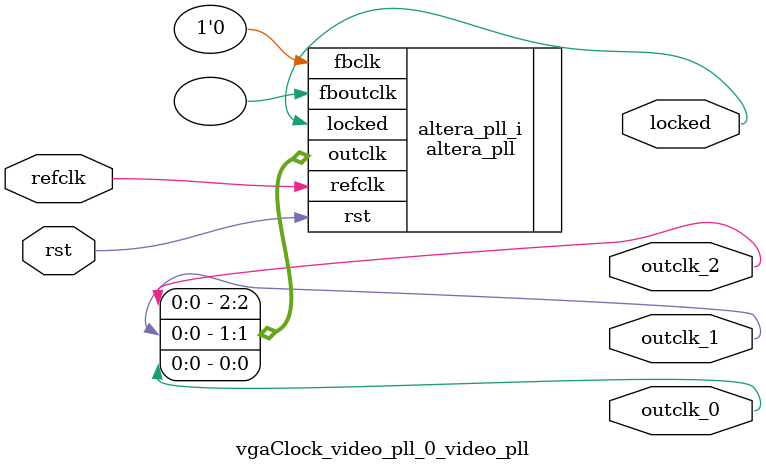
<source format=v>
`timescale 1ns/10ps
module  vgaClock_video_pll_0_video_pll(

	// interface 'refclk'
	input wire refclk,

	// interface 'reset'
	input wire rst,

	// interface 'outclk0'
	output wire outclk_0,

	// interface 'outclk1'
	output wire outclk_1,

	// interface 'outclk2'
	output wire outclk_2,

	// interface 'locked'
	output wire locked
);

	altera_pll #(
		.fractional_vco_multiplier("false"),
		.reference_clock_frequency("50.0 MHz"),
		.operation_mode("direct"),
		.number_of_clocks(3),
		.output_clock_frequency0("25.000000 MHz"),
		.phase_shift0("0 ps"),
		.duty_cycle0(50),
		.output_clock_frequency1("83.333333 MHz"),
		.phase_shift1("0 ps"),
		.duty_cycle1(50),
		.output_clock_frequency2("32.894736 MHz"),
		.phase_shift2("0 ps"),
		.duty_cycle2(50),
		.output_clock_frequency3("0 MHz"),
		.phase_shift3("0 ps"),
		.duty_cycle3(50),
		.output_clock_frequency4("0 MHz"),
		.phase_shift4("0 ps"),
		.duty_cycle4(50),
		.output_clock_frequency5("0 MHz"),
		.phase_shift5("0 ps"),
		.duty_cycle5(50),
		.output_clock_frequency6("0 MHz"),
		.phase_shift6("0 ps"),
		.duty_cycle6(50),
		.output_clock_frequency7("0 MHz"),
		.phase_shift7("0 ps"),
		.duty_cycle7(50),
		.output_clock_frequency8("0 MHz"),
		.phase_shift8("0 ps"),
		.duty_cycle8(50),
		.output_clock_frequency9("0 MHz"),
		.phase_shift9("0 ps"),
		.duty_cycle9(50),
		.output_clock_frequency10("0 MHz"),
		.phase_shift10("0 ps"),
		.duty_cycle10(50),
		.output_clock_frequency11("0 MHz"),
		.phase_shift11("0 ps"),
		.duty_cycle11(50),
		.output_clock_frequency12("0 MHz"),
		.phase_shift12("0 ps"),
		.duty_cycle12(50),
		.output_clock_frequency13("0 MHz"),
		.phase_shift13("0 ps"),
		.duty_cycle13(50),
		.output_clock_frequency14("0 MHz"),
		.phase_shift14("0 ps"),
		.duty_cycle14(50),
		.output_clock_frequency15("0 MHz"),
		.phase_shift15("0 ps"),
		.duty_cycle15(50),
		.output_clock_frequency16("0 MHz"),
		.phase_shift16("0 ps"),
		.duty_cycle16(50),
		.output_clock_frequency17("0 MHz"),
		.phase_shift17("0 ps"),
		.duty_cycle17(50),
		.pll_type("General"),
		.pll_subtype("General")
	) altera_pll_i (
		.rst	(rst),
		.outclk	({outclk_2, outclk_1, outclk_0}),
		.locked	(locked),
		.fboutclk	( ),
		.fbclk	(1'b0),
		.refclk	(refclk)
	);
endmodule


</source>
